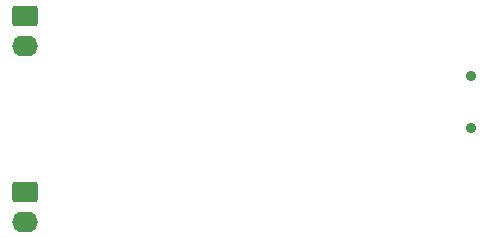
<source format=gbr>
%TF.GenerationSoftware,KiCad,Pcbnew,8.0.6*%
%TF.CreationDate,2025-02-16T10:37:52+01:00*%
%TF.ProjectId,USBTempLogger,55534254-656d-4704-9c6f-676765722e6b,rev?*%
%TF.SameCoordinates,Original*%
%TF.FileFunction,Soldermask,Bot*%
%TF.FilePolarity,Negative*%
%FSLAX46Y46*%
G04 Gerber Fmt 4.6, Leading zero omitted, Abs format (unit mm)*
G04 Created by KiCad (PCBNEW 8.0.6) date 2025-02-16 10:37:52*
%MOMM*%
%LPD*%
G01*
G04 APERTURE LIST*
G04 Aperture macros list*
%AMRoundRect*
0 Rectangle with rounded corners*
0 $1 Rounding radius*
0 $2 $3 $4 $5 $6 $7 $8 $9 X,Y pos of 4 corners*
0 Add a 4 corners polygon primitive as box body*
4,1,4,$2,$3,$4,$5,$6,$7,$8,$9,$2,$3,0*
0 Add four circle primitives for the rounded corners*
1,1,$1+$1,$2,$3*
1,1,$1+$1,$4,$5*
1,1,$1+$1,$6,$7*
1,1,$1+$1,$8,$9*
0 Add four rect primitives between the rounded corners*
20,1,$1+$1,$2,$3,$4,$5,0*
20,1,$1+$1,$4,$5,$6,$7,0*
20,1,$1+$1,$6,$7,$8,$9,0*
20,1,$1+$1,$8,$9,$2,$3,0*%
G04 Aperture macros list end*
%ADD10C,0.900000*%
%ADD11RoundRect,0.250000X-0.845000X0.620000X-0.845000X-0.620000X0.845000X-0.620000X0.845000X0.620000X0*%
%ADD12O,2.190000X1.740000*%
G04 APERTURE END LIST*
D10*
%TO.C,J3*%
X177900000Y-97100000D03*
X177900000Y-92700000D03*
%TD*%
D11*
%TO.C,J4*%
X140100000Y-102560000D03*
D12*
X140100000Y-105100000D03*
%TD*%
D11*
%TO.C,J1*%
X140080000Y-87630000D03*
D12*
X140080000Y-90170000D03*
%TD*%
M02*

</source>
